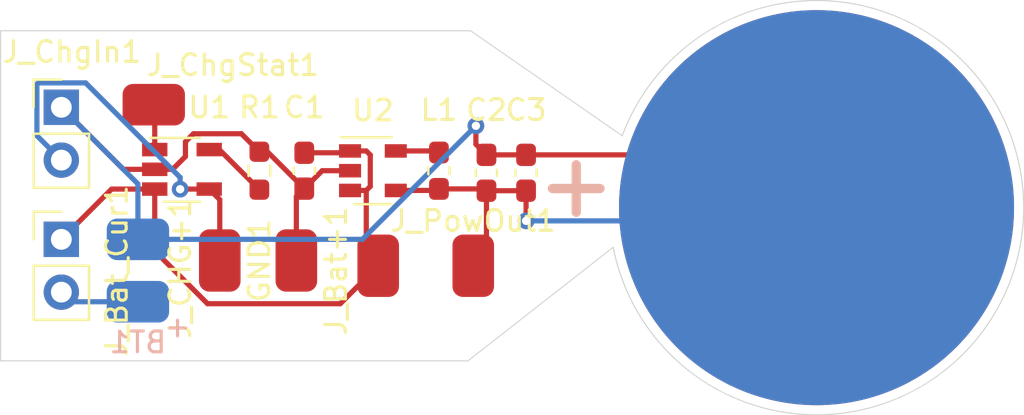
<source format=kicad_pcb>
(kicad_pcb (version 20171130) (host pcbnew 5.1.9)

  (general
    (thickness 1.6)
    (drawings 8)
    (tracks 69)
    (zones 0)
    (modules 16)
    (nets 9)
  )

  (page A4)
  (layers
    (0 F.Cu signal)
    (31 B.Cu signal)
    (32 B.Adhes user)
    (33 F.Adhes user)
    (34 B.Paste user)
    (35 F.Paste user)
    (36 B.SilkS user)
    (37 F.SilkS user)
    (38 B.Mask user)
    (39 F.Mask user)
    (40 Dwgs.User user)
    (41 Cmts.User user)
    (42 Eco1.User user)
    (43 Eco2.User user)
    (44 Edge.Cuts user)
    (45 Margin user)
    (46 B.CrtYd user)
    (47 F.CrtYd user)
    (48 B.Fab user hide)
    (49 F.Fab user hide)
  )

  (setup
    (last_trace_width 0.25)
    (trace_clearance 0.2)
    (zone_clearance 0.508)
    (zone_45_only no)
    (trace_min 0.2)
    (via_size 0.8)
    (via_drill 0.4)
    (via_min_size 0.4)
    (via_min_drill 0.3)
    (uvia_size 0.3)
    (uvia_drill 0.1)
    (uvias_allowed no)
    (uvia_min_size 0.2)
    (uvia_min_drill 0.1)
    (edge_width 0.05)
    (segment_width 0.2)
    (pcb_text_width 0.3)
    (pcb_text_size 1.5 1.5)
    (mod_edge_width 0.12)
    (mod_text_size 1 1)
    (mod_text_width 0.15)
    (pad_size 1.524 1.524)
    (pad_drill 0.762)
    (pad_to_mask_clearance 0)
    (aux_axis_origin 0 0)
    (visible_elements FFFFFF7F)
    (pcbplotparams
      (layerselection 0x010fc_ffffffff)
      (usegerberextensions false)
      (usegerberattributes true)
      (usegerberadvancedattributes true)
      (creategerberjobfile true)
      (excludeedgelayer true)
      (linewidth 0.100000)
      (plotframeref false)
      (viasonmask false)
      (mode 1)
      (useauxorigin false)
      (hpglpennumber 1)
      (hpglpenspeed 20)
      (hpglpendiameter 15.000000)
      (psnegative false)
      (psa4output false)
      (plotreference true)
      (plotvalue true)
      (plotinvisibletext false)
      (padsonsilk false)
      (subtractmaskfromsilk false)
      (outputformat 1)
      (mirror false)
      (drillshape 0)
      (scaleselection 1)
      (outputdirectory "Gerber/"))
  )

  (net 0 "")
  (net 1 BAT-)
  (net 2 PowerOut)
  (net 3 "Net-(BT1-Pad1)")
  (net 4 BAT+)
  (net 5 CHG+)
  (net 6 CHG_State)
  (net 7 "Net-(L1-Pad2)")
  (net 8 "Net-(R1-Pad1)")

  (net_class Default "This is the default net class."
    (clearance 0.2)
    (trace_width 0.25)
    (via_dia 0.8)
    (via_drill 0.4)
    (uvia_dia 0.3)
    (uvia_drill 0.1)
    (add_net BAT+)
    (add_net BAT-)
    (add_net CHG+)
    (add_net CHG_State)
    (add_net "Net-(BT1-Pad1)")
    (add_net "Net-(L1-Pad2)")
    (add_net "Net-(R1-Pad1)")
    (add_net PowerOut)
  )

  (module SulkithKicadFootprints:CR2032_Dummy (layer F.Cu) (tedit 608D6A0D) (tstamp 608DC6CD)
    (at 156.083 118.999)
    (path /608EB516)
    (fp_text reference BatDummy1 (at 0 0.5) (layer F.SilkS) hide
      (effects (font (size 1 1) (thickness 0.15)))
    )
    (fp_text value Conn_01x02_Female (at 0 -0.5) (layer F.Fab)
      (effects (font (size 1 1) (thickness 0.15)))
    )
    (pad 1 smd circle (at 0 0) (size 19 19) (layers F.Cu F.Paste F.Mask)
      (net 1 BAT-))
    (pad 2 smd circle (at 0 0) (size 19 19) (layers B.Cu B.Paste B.Mask)
      (net 2 PowerOut))
  )

  (module SulkithKicadFootprints:SolderPad_2Pin (layer B.Cu) (tedit 608D711D) (tstamp 608DC6D3)
    (at 123.444 123.523)
    (path /608E5CB8)
    (fp_text reference BT1 (at 0 1.953) (layer B.SilkS)
      (effects (font (size 1 1) (thickness 0.15)) (justify mirror))
    )
    (fp_text value Battery_Cell (at 0 0.5) (layer B.Fab)
      (effects (font (size 1 1) (thickness 0.15)) (justify mirror))
    )
    (pad 1 smd roundrect (at 0 0) (size 3 2) (layers B.Cu B.Paste B.Mask) (roundrect_rratio 0.25)
      (net 3 "Net-(BT1-Pad1)"))
    (pad 2 smd roundrect (at 0 -3) (size 3 2) (layers B.Cu B.Paste B.Mask) (roundrect_rratio 0.25)
      (net 1 BAT-))
  )

  (module Capacitor_SMD:C_0603_1608Metric_Pad1.08x0.95mm_HandSolder (layer F.Cu) (tedit 5F68FEEF) (tstamp 608DC6E4)
    (at 131.445 117.221 270)
    (descr "Capacitor SMD 0603 (1608 Metric), square (rectangular) end terminal, IPC_7351 nominal with elongated pad for handsoldering. (Body size source: IPC-SM-782 page 76, https://www.pcb-3d.com/wordpress/wp-content/uploads/ipc-sm-782a_amendment_1_and_2.pdf), generated with kicad-footprint-generator")
    (tags "capacitor handsolder")
    (path /608DFDF4)
    (attr smd)
    (fp_text reference C1 (at -3.048 0 180) (layer F.SilkS)
      (effects (font (size 1 1) (thickness 0.15)))
    )
    (fp_text value C (at 0 1.43 90) (layer F.Fab)
      (effects (font (size 1 1) (thickness 0.15)))
    )
    (fp_line (start -0.8 0.4) (end -0.8 -0.4) (layer F.Fab) (width 0.1))
    (fp_line (start -0.8 -0.4) (end 0.8 -0.4) (layer F.Fab) (width 0.1))
    (fp_line (start 0.8 -0.4) (end 0.8 0.4) (layer F.Fab) (width 0.1))
    (fp_line (start 0.8 0.4) (end -0.8 0.4) (layer F.Fab) (width 0.1))
    (fp_line (start -0.146267 -0.51) (end 0.146267 -0.51) (layer F.SilkS) (width 0.12))
    (fp_line (start -0.146267 0.51) (end 0.146267 0.51) (layer F.SilkS) (width 0.12))
    (fp_line (start -1.65 0.73) (end -1.65 -0.73) (layer F.CrtYd) (width 0.05))
    (fp_line (start -1.65 -0.73) (end 1.65 -0.73) (layer F.CrtYd) (width 0.05))
    (fp_line (start 1.65 -0.73) (end 1.65 0.73) (layer F.CrtYd) (width 0.05))
    (fp_line (start 1.65 0.73) (end -1.65 0.73) (layer F.CrtYd) (width 0.05))
    (fp_text user %R (at 0 0 90) (layer F.Fab)
      (effects (font (size 0.4 0.4) (thickness 0.06)))
    )
    (pad 1 smd roundrect (at -0.8625 0 270) (size 1.075 0.95) (layers F.Cu F.Paste F.Mask) (roundrect_rratio 0.25)
      (net 4 BAT+))
    (pad 2 smd roundrect (at 0.8625 0 270) (size 1.075 0.95) (layers F.Cu F.Paste F.Mask) (roundrect_rratio 0.25)
      (net 1 BAT-))
    (model ${KISYS3DMOD}/Capacitor_SMD.3dshapes/C_0603_1608Metric.wrl
      (at (xyz 0 0 0))
      (scale (xyz 1 1 1))
      (rotate (xyz 0 0 0))
    )
  )

  (module Capacitor_SMD:C_0603_1608Metric_Pad1.08x0.95mm_HandSolder (layer F.Cu) (tedit 5F68FEEF) (tstamp 608DC6F5)
    (at 140.208 117.3215 90)
    (descr "Capacitor SMD 0603 (1608 Metric), square (rectangular) end terminal, IPC_7351 nominal with elongated pad for handsoldering. (Body size source: IPC-SM-782 page 76, https://www.pcb-3d.com/wordpress/wp-content/uploads/ipc-sm-782a_amendment_1_and_2.pdf), generated with kicad-footprint-generator")
    (tags "capacitor handsolder")
    (path /608DF44A)
    (attr smd)
    (fp_text reference C2 (at 3.0215 0 180) (layer F.SilkS)
      (effects (font (size 1 1) (thickness 0.15)))
    )
    (fp_text value C (at 0 1.43 90) (layer F.Fab)
      (effects (font (size 1 1) (thickness 0.15)))
    )
    (fp_line (start -0.8 0.4) (end -0.8 -0.4) (layer F.Fab) (width 0.1))
    (fp_line (start -0.8 -0.4) (end 0.8 -0.4) (layer F.Fab) (width 0.1))
    (fp_line (start 0.8 -0.4) (end 0.8 0.4) (layer F.Fab) (width 0.1))
    (fp_line (start 0.8 0.4) (end -0.8 0.4) (layer F.Fab) (width 0.1))
    (fp_line (start -0.146267 -0.51) (end 0.146267 -0.51) (layer F.SilkS) (width 0.12))
    (fp_line (start -0.146267 0.51) (end 0.146267 0.51) (layer F.SilkS) (width 0.12))
    (fp_line (start -1.65 0.73) (end -1.65 -0.73) (layer F.CrtYd) (width 0.05))
    (fp_line (start -1.65 -0.73) (end 1.65 -0.73) (layer F.CrtYd) (width 0.05))
    (fp_line (start 1.65 -0.73) (end 1.65 0.73) (layer F.CrtYd) (width 0.05))
    (fp_line (start 1.65 0.73) (end -1.65 0.73) (layer F.CrtYd) (width 0.05))
    (fp_text user %R (at 0 0 90) (layer F.Fab)
      (effects (font (size 0.4 0.4) (thickness 0.06)))
    )
    (pad 1 smd roundrect (at -0.8625 0 90) (size 1.075 0.95) (layers F.Cu F.Paste F.Mask) (roundrect_rratio 0.25)
      (net 2 PowerOut))
    (pad 2 smd roundrect (at 0.8625 0 90) (size 1.075 0.95) (layers F.Cu F.Paste F.Mask) (roundrect_rratio 0.25)
      (net 1 BAT-))
    (model ${KISYS3DMOD}/Capacitor_SMD.3dshapes/C_0603_1608Metric.wrl
      (at (xyz 0 0 0))
      (scale (xyz 1 1 1))
      (rotate (xyz 0 0 0))
    )
  )

  (module Capacitor_SMD:C_0603_1608Metric_Pad1.08x0.95mm_HandSolder (layer F.Cu) (tedit 5F68FEEF) (tstamp 608DC706)
    (at 142.113 117.3215 90)
    (descr "Capacitor SMD 0603 (1608 Metric), square (rectangular) end terminal, IPC_7351 nominal with elongated pad for handsoldering. (Body size source: IPC-SM-782 page 76, https://www.pcb-3d.com/wordpress/wp-content/uploads/ipc-sm-782a_amendment_1_and_2.pdf), generated with kicad-footprint-generator")
    (tags "capacitor handsolder")
    (path /608DF9F7)
    (attr smd)
    (fp_text reference C3 (at 3.0215 0 180) (layer F.SilkS)
      (effects (font (size 1 1) (thickness 0.15)))
    )
    (fp_text value C (at 0 1.43 90) (layer F.Fab)
      (effects (font (size 1 1) (thickness 0.15)))
    )
    (fp_line (start 1.65 0.73) (end -1.65 0.73) (layer F.CrtYd) (width 0.05))
    (fp_line (start 1.65 -0.73) (end 1.65 0.73) (layer F.CrtYd) (width 0.05))
    (fp_line (start -1.65 -0.73) (end 1.65 -0.73) (layer F.CrtYd) (width 0.05))
    (fp_line (start -1.65 0.73) (end -1.65 -0.73) (layer F.CrtYd) (width 0.05))
    (fp_line (start -0.146267 0.51) (end 0.146267 0.51) (layer F.SilkS) (width 0.12))
    (fp_line (start -0.146267 -0.51) (end 0.146267 -0.51) (layer F.SilkS) (width 0.12))
    (fp_line (start 0.8 0.4) (end -0.8 0.4) (layer F.Fab) (width 0.1))
    (fp_line (start 0.8 -0.4) (end 0.8 0.4) (layer F.Fab) (width 0.1))
    (fp_line (start -0.8 -0.4) (end 0.8 -0.4) (layer F.Fab) (width 0.1))
    (fp_line (start -0.8 0.4) (end -0.8 -0.4) (layer F.Fab) (width 0.1))
    (fp_text user %R (at 0 0 90) (layer F.Fab)
      (effects (font (size 0.4 0.4) (thickness 0.06)))
    )
    (pad 2 smd roundrect (at 0.8625 0 90) (size 1.075 0.95) (layers F.Cu F.Paste F.Mask) (roundrect_rratio 0.25)
      (net 1 BAT-))
    (pad 1 smd roundrect (at -0.8625 0 90) (size 1.075 0.95) (layers F.Cu F.Paste F.Mask) (roundrect_rratio 0.25)
      (net 2 PowerOut))
    (model ${KISYS3DMOD}/Capacitor_SMD.3dshapes/C_0603_1608Metric.wrl
      (at (xyz 0 0 0))
      (scale (xyz 1 1 1))
      (rotate (xyz 0 0 0))
    )
  )

  (module SulkithKicadFootprints:SolderPad (layer F.Cu) (tedit 608C6968) (tstamp 608DC70B)
    (at 131.064 121.539 90)
    (path /608EEAD8)
    (fp_text reference GND1 (at 0 -1.778 90) (layer F.SilkS)
      (effects (font (size 1 1) (thickness 0.15)))
    )
    (fp_text value Conn_01x01_Female (at 0 -0.5 90) (layer F.Fab)
      (effects (font (size 1 1) (thickness 0.15)))
    )
    (pad 1 smd roundrect (at 0 0 90) (size 3 2) (layers F.Cu F.Paste F.Mask) (roundrect_rratio 0.25)
      (net 1 BAT-))
  )

  (module SulkithKicadFootprints:SolderPad (layer F.Cu) (tedit 608C6968) (tstamp 608DC710)
    (at 135.001 121.793 90)
    (path /608F16B8)
    (fp_text reference J_Bat+1 (at -0.254 -2.032 90) (layer F.SilkS)
      (effects (font (size 1 1) (thickness 0.15)))
    )
    (fp_text value Conn_01x01_Female (at 0 -0.5 90) (layer F.Fab)
      (effects (font (size 1 1) (thickness 0.15)))
    )
    (pad 1 smd roundrect (at 0 0 90) (size 3 2) (layers F.Cu F.Paste F.Mask) (roundrect_rratio 0.25)
      (net 4 BAT+))
  )

  (module Connector_PinHeader_2.54mm:PinHeader_1x02_P2.54mm_Vertical (layer F.Cu) (tedit 59FED5CC) (tstamp 608DC726)
    (at 119.761 120.523)
    (descr "Through hole straight pin header, 1x02, 2.54mm pitch, single row")
    (tags "Through hole pin header THT 1x02 2.54mm single row")
    (path /608E4C84)
    (fp_text reference J_Bat_Cur1 (at 2.667 1.524 90) (layer F.SilkS)
      (effects (font (size 1 1) (thickness 0.15)))
    )
    (fp_text value Conn_01x02_Female (at 0 4.87) (layer F.Fab)
      (effects (font (size 1 1) (thickness 0.15)))
    )
    (fp_line (start -0.635 -1.27) (end 1.27 -1.27) (layer F.Fab) (width 0.1))
    (fp_line (start 1.27 -1.27) (end 1.27 3.81) (layer F.Fab) (width 0.1))
    (fp_line (start 1.27 3.81) (end -1.27 3.81) (layer F.Fab) (width 0.1))
    (fp_line (start -1.27 3.81) (end -1.27 -0.635) (layer F.Fab) (width 0.1))
    (fp_line (start -1.27 -0.635) (end -0.635 -1.27) (layer F.Fab) (width 0.1))
    (fp_line (start -1.33 3.87) (end 1.33 3.87) (layer F.SilkS) (width 0.12))
    (fp_line (start -1.33 1.27) (end -1.33 3.87) (layer F.SilkS) (width 0.12))
    (fp_line (start 1.33 1.27) (end 1.33 3.87) (layer F.SilkS) (width 0.12))
    (fp_line (start -1.33 1.27) (end 1.33 1.27) (layer F.SilkS) (width 0.12))
    (fp_line (start -1.33 0) (end -1.33 -1.33) (layer F.SilkS) (width 0.12))
    (fp_line (start -1.33 -1.33) (end 0 -1.33) (layer F.SilkS) (width 0.12))
    (fp_line (start -1.8 -1.8) (end -1.8 4.35) (layer F.CrtYd) (width 0.05))
    (fp_line (start -1.8 4.35) (end 1.8 4.35) (layer F.CrtYd) (width 0.05))
    (fp_line (start 1.8 4.35) (end 1.8 -1.8) (layer F.CrtYd) (width 0.05))
    (fp_line (start 1.8 -1.8) (end -1.8 -1.8) (layer F.CrtYd) (width 0.05))
    (fp_text user %R (at 0 1.27 90) (layer F.Fab)
      (effects (font (size 1 1) (thickness 0.15)))
    )
    (pad 1 thru_hole rect (at 0 0) (size 1.7 1.7) (drill 1) (layers *.Cu *.Mask)
      (net 4 BAT+))
    (pad 2 thru_hole oval (at 0 2.54) (size 1.7 1.7) (drill 1) (layers *.Cu *.Mask)
      (net 3 "Net-(BT1-Pad1)"))
    (model ${KISYS3DMOD}/Connector_PinHeader_2.54mm.3dshapes/PinHeader_1x02_P2.54mm_Vertical.wrl
      (at (xyz 0 0 0))
      (scale (xyz 1 1 1))
      (rotate (xyz 0 0 0))
    )
  )

  (module SulkithKicadFootprints:SolderPad (layer F.Cu) (tedit 608C6968) (tstamp 608DC72B)
    (at 127.381 121.539 90)
    (path /608F1AFA)
    (fp_text reference J_CHG+1 (at -0.381 -1.905 90) (layer F.SilkS)
      (effects (font (size 1 1) (thickness 0.15)))
    )
    (fp_text value Conn_01x01_Female (at 0 -0.5 90) (layer F.Fab)
      (effects (font (size 1 1) (thickness 0.15)))
    )
    (pad 1 smd roundrect (at 0 0 90) (size 3 2) (layers F.Cu F.Paste F.Mask) (roundrect_rratio 0.25)
      (net 5 CHG+))
  )

  (module SulkithKicadFootprints:SolderPad (layer F.Cu) (tedit 608C6968) (tstamp 608DC738)
    (at 124.206 114.046 180)
    (path /608F13D8)
    (fp_text reference J_ChgStat1 (at -3.81 1.905) (layer F.SilkS)
      (effects (font (size 1 1) (thickness 0.15)))
    )
    (fp_text value Conn_01x01_Female (at 0 -0.5) (layer F.Fab)
      (effects (font (size 1 1) (thickness 0.15)))
    )
    (pad 1 smd roundrect (at 0 0 180) (size 3 2) (layers F.Cu F.Paste F.Mask) (roundrect_rratio 0.25)
      (net 6 CHG_State))
  )

  (module SulkithKicadFootprints:SolderPad (layer F.Cu) (tedit 608C6968) (tstamp 608DC73D)
    (at 139.573 121.793 90)
    (path /608F18A9)
    (fp_text reference J_PowOut1 (at 2.159 0 180) (layer F.SilkS)
      (effects (font (size 1 1) (thickness 0.15)))
    )
    (fp_text value Conn_01x01_Female (at 0 -0.5 90) (layer F.Fab)
      (effects (font (size 1 1) (thickness 0.15)))
    )
    (pad 1 smd roundrect (at 0 0 90) (size 3 2) (layers F.Cu F.Paste F.Mask) (roundrect_rratio 0.25)
      (net 2 PowerOut))
  )

  (module Inductor_SMD:L_0603_1608Metric_Pad1.05x0.95mm_HandSolder (layer F.Cu) (tedit 5F68FEF0) (tstamp 608DC74E)
    (at 137.922 117.221 90)
    (descr "Inductor SMD 0603 (1608 Metric), square (rectangular) end terminal, IPC_7351 nominal with elongated pad for handsoldering. (Body size source: http://www.tortai-tech.com/upload/download/2011102023233369053.pdf), generated with kicad-footprint-generator")
    (tags "inductor handsolder")
    (path /608DD422)
    (attr smd)
    (fp_text reference L1 (at 2.921 0 180) (layer F.SilkS)
      (effects (font (size 1 1) (thickness 0.15)))
    )
    (fp_text value 10uH (at 0 1.43 90) (layer F.Fab)
      (effects (font (size 1 1) (thickness 0.15)))
    )
    (fp_line (start -0.8 0.4) (end -0.8 -0.4) (layer F.Fab) (width 0.1))
    (fp_line (start -0.8 -0.4) (end 0.8 -0.4) (layer F.Fab) (width 0.1))
    (fp_line (start 0.8 -0.4) (end 0.8 0.4) (layer F.Fab) (width 0.1))
    (fp_line (start 0.8 0.4) (end -0.8 0.4) (layer F.Fab) (width 0.1))
    (fp_line (start -0.171267 -0.51) (end 0.171267 -0.51) (layer F.SilkS) (width 0.12))
    (fp_line (start -0.171267 0.51) (end 0.171267 0.51) (layer F.SilkS) (width 0.12))
    (fp_line (start -1.65 0.73) (end -1.65 -0.73) (layer F.CrtYd) (width 0.05))
    (fp_line (start -1.65 -0.73) (end 1.65 -0.73) (layer F.CrtYd) (width 0.05))
    (fp_line (start 1.65 -0.73) (end 1.65 0.73) (layer F.CrtYd) (width 0.05))
    (fp_line (start 1.65 0.73) (end -1.65 0.73) (layer F.CrtYd) (width 0.05))
    (fp_text user %R (at 0 0 90) (layer F.Fab)
      (effects (font (size 0.4 0.4) (thickness 0.06)))
    )
    (pad 1 smd roundrect (at -0.875 0 90) (size 1.05 0.95) (layers F.Cu F.Paste F.Mask) (roundrect_rratio 0.25)
      (net 2 PowerOut))
    (pad 2 smd roundrect (at 0.875 0 90) (size 1.05 0.95) (layers F.Cu F.Paste F.Mask) (roundrect_rratio 0.25)
      (net 7 "Net-(L1-Pad2)"))
    (model ${KISYS3DMOD}/Inductor_SMD.3dshapes/L_0603_1608Metric.wrl
      (at (xyz 0 0 0))
      (scale (xyz 1 1 1))
      (rotate (xyz 0 0 0))
    )
  )

  (module Resistor_SMD:R_0603_1608Metric_Pad0.98x0.95mm_HandSolder (layer F.Cu) (tedit 5F68FEEE) (tstamp 608DC75F)
    (at 129.286 117.221 90)
    (descr "Resistor SMD 0603 (1608 Metric), square (rectangular) end terminal, IPC_7351 nominal with elongated pad for handsoldering. (Body size source: IPC-SM-782 page 72, https://www.pcb-3d.com/wordpress/wp-content/uploads/ipc-sm-782a_amendment_1_and_2.pdf), generated with kicad-footprint-generator")
    (tags "resistor handsolder")
    (path /608DCB4C)
    (attr smd)
    (fp_text reference R1 (at 3.048 0 180) (layer F.SilkS)
      (effects (font (size 1 1) (thickness 0.15)))
    )
    (fp_text value 10k (at 0 1.43 90) (layer F.Fab)
      (effects (font (size 1 1) (thickness 0.15)))
    )
    (fp_line (start -0.8 0.4125) (end -0.8 -0.4125) (layer F.Fab) (width 0.1))
    (fp_line (start -0.8 -0.4125) (end 0.8 -0.4125) (layer F.Fab) (width 0.1))
    (fp_line (start 0.8 -0.4125) (end 0.8 0.4125) (layer F.Fab) (width 0.1))
    (fp_line (start 0.8 0.4125) (end -0.8 0.4125) (layer F.Fab) (width 0.1))
    (fp_line (start -0.254724 -0.5225) (end 0.254724 -0.5225) (layer F.SilkS) (width 0.12))
    (fp_line (start -0.254724 0.5225) (end 0.254724 0.5225) (layer F.SilkS) (width 0.12))
    (fp_line (start -1.65 0.73) (end -1.65 -0.73) (layer F.CrtYd) (width 0.05))
    (fp_line (start -1.65 -0.73) (end 1.65 -0.73) (layer F.CrtYd) (width 0.05))
    (fp_line (start 1.65 -0.73) (end 1.65 0.73) (layer F.CrtYd) (width 0.05))
    (fp_line (start 1.65 0.73) (end -1.65 0.73) (layer F.CrtYd) (width 0.05))
    (fp_text user %R (at 0 0 90) (layer F.Fab)
      (effects (font (size 0.4 0.4) (thickness 0.06)))
    )
    (pad 1 smd roundrect (at -0.9125 0 90) (size 0.975 0.95) (layers F.Cu F.Paste F.Mask) (roundrect_rratio 0.25)
      (net 8 "Net-(R1-Pad1)"))
    (pad 2 smd roundrect (at 0.9125 0 90) (size 0.975 0.95) (layers F.Cu F.Paste F.Mask) (roundrect_rratio 0.25)
      (net 1 BAT-))
    (model ${KISYS3DMOD}/Resistor_SMD.3dshapes/R_0603_1608Metric.wrl
      (at (xyz 0 0 0))
      (scale (xyz 1 1 1))
      (rotate (xyz 0 0 0))
    )
  )

  (module Package_TO_SOT_SMD:TSOT-23-5 (layer F.Cu) (tedit 5A02FF57) (tstamp 608DC774)
    (at 125.563 117.155)
    (descr "5-pin TSOT23 package, http://cds.linear.com/docs/en/packaging/SOT_5_05-08-1635.pdf")
    (tags TSOT-23-5)
    (path /608D76A5)
    (attr smd)
    (fp_text reference U1 (at 1.31 -2.982) (layer F.SilkS)
      (effects (font (size 1 1) (thickness 0.15)))
    )
    (fp_text value LTC4054ES5-4.2 (at 0 2.5) (layer F.Fab)
      (effects (font (size 1 1) (thickness 0.15)))
    )
    (fp_line (start -0.88 1.56) (end 0.88 1.56) (layer F.SilkS) (width 0.12))
    (fp_line (start 0.88 -1.51) (end -1.55 -1.51) (layer F.SilkS) (width 0.12))
    (fp_line (start -0.88 -1) (end -0.43 -1.45) (layer F.Fab) (width 0.1))
    (fp_line (start 0.88 -1.45) (end -0.43 -1.45) (layer F.Fab) (width 0.1))
    (fp_line (start -0.88 -1) (end -0.88 1.45) (layer F.Fab) (width 0.1))
    (fp_line (start 0.88 1.45) (end -0.88 1.45) (layer F.Fab) (width 0.1))
    (fp_line (start 0.88 -1.45) (end 0.88 1.45) (layer F.Fab) (width 0.1))
    (fp_line (start -2.17 -1.7) (end 2.17 -1.7) (layer F.CrtYd) (width 0.05))
    (fp_line (start -2.17 -1.7) (end -2.17 1.7) (layer F.CrtYd) (width 0.05))
    (fp_line (start 2.17 1.7) (end 2.17 -1.7) (layer F.CrtYd) (width 0.05))
    (fp_line (start 2.17 1.7) (end -2.17 1.7) (layer F.CrtYd) (width 0.05))
    (fp_text user %R (at 0 0 90) (layer F.Fab)
      (effects (font (size 0.5 0.5) (thickness 0.075)))
    )
    (pad 1 smd rect (at -1.31 -0.95) (size 1.22 0.65) (layers F.Cu F.Paste F.Mask)
      (net 6 CHG_State))
    (pad 2 smd rect (at -1.31 0) (size 1.22 0.65) (layers F.Cu F.Paste F.Mask)
      (net 1 BAT-))
    (pad 3 smd rect (at -1.31 0.95) (size 1.22 0.65) (layers F.Cu F.Paste F.Mask)
      (net 4 BAT+))
    (pad 4 smd rect (at 1.31 0.95) (size 1.22 0.65) (layers F.Cu F.Paste F.Mask)
      (net 5 CHG+))
    (pad 5 smd rect (at 1.31 -0.95) (size 1.22 0.65) (layers F.Cu F.Paste F.Mask)
      (net 8 "Net-(R1-Pad1)"))
    (model ${KISYS3DMOD}/Package_TO_SOT_SMD.3dshapes/TSOT-23-5.wrl
      (at (xyz 0 0 0))
      (scale (xyz 1 1 1))
      (rotate (xyz 0 0 0))
    )
  )

  (module Package_TO_SOT_SMD:SOT-23-5 (layer F.Cu) (tedit 5A02FF57) (tstamp 608DC789)
    (at 134.747 117.221)
    (descr "5-pin SOT23 package")
    (tags SOT-23-5)
    (path /608D6EF5)
    (attr smd)
    (fp_text reference U2 (at 0 -2.9) (layer F.SilkS)
      (effects (font (size 1 1) (thickness 0.15)))
    )
    (fp_text value TPS62203DBV (at 0 2.9) (layer F.Fab)
      (effects (font (size 1 1) (thickness 0.15)))
    )
    (fp_line (start -0.9 1.61) (end 0.9 1.61) (layer F.SilkS) (width 0.12))
    (fp_line (start 0.9 -1.61) (end -1.55 -1.61) (layer F.SilkS) (width 0.12))
    (fp_line (start -1.9 -1.8) (end 1.9 -1.8) (layer F.CrtYd) (width 0.05))
    (fp_line (start 1.9 -1.8) (end 1.9 1.8) (layer F.CrtYd) (width 0.05))
    (fp_line (start 1.9 1.8) (end -1.9 1.8) (layer F.CrtYd) (width 0.05))
    (fp_line (start -1.9 1.8) (end -1.9 -1.8) (layer F.CrtYd) (width 0.05))
    (fp_line (start -0.9 -0.9) (end -0.25 -1.55) (layer F.Fab) (width 0.1))
    (fp_line (start 0.9 -1.55) (end -0.25 -1.55) (layer F.Fab) (width 0.1))
    (fp_line (start -0.9 -0.9) (end -0.9 1.55) (layer F.Fab) (width 0.1))
    (fp_line (start 0.9 1.55) (end -0.9 1.55) (layer F.Fab) (width 0.1))
    (fp_line (start 0.9 -1.55) (end 0.9 1.55) (layer F.Fab) (width 0.1))
    (fp_text user %R (at 0 0 90) (layer F.Fab)
      (effects (font (size 0.5 0.5) (thickness 0.075)))
    )
    (pad 1 smd rect (at -1.1 -0.95) (size 1.06 0.65) (layers F.Cu F.Paste F.Mask)
      (net 4 BAT+))
    (pad 2 smd rect (at -1.1 0) (size 1.06 0.65) (layers F.Cu F.Paste F.Mask)
      (net 1 BAT-))
    (pad 3 smd rect (at -1.1 0.95) (size 1.06 0.65) (layers F.Cu F.Paste F.Mask)
      (net 4 BAT+))
    (pad 4 smd rect (at 1.1 0.95) (size 1.06 0.65) (layers F.Cu F.Paste F.Mask)
      (net 2 PowerOut))
    (pad 5 smd rect (at 1.1 -0.95) (size 1.06 0.65) (layers F.Cu F.Paste F.Mask)
      (net 7 "Net-(L1-Pad2)"))
    (model ${KISYS3DMOD}/Package_TO_SOT_SMD.3dshapes/SOT-23-5.wrl
      (at (xyz 0 0 0))
      (scale (xyz 1 1 1))
      (rotate (xyz 0 0 0))
    )
  )

  (module Connector_PinHeader_2.54mm:PinHeader_1x02_P2.54mm_Vertical (layer F.Cu) (tedit 59FED5CC) (tstamp 608DC93D)
    (at 119.761 114.173)
    (descr "Through hole straight pin header, 1x02, 2.54mm pitch, single row")
    (tags "Through hole pin header THT 1x02 2.54mm single row")
    (path /608EA35C)
    (fp_text reference J_ChgIn1 (at 0.508 -2.667) (layer F.SilkS)
      (effects (font (size 1 1) (thickness 0.15)))
    )
    (fp_text value Conn_01x02_Female (at 0 4.87) (layer F.Fab)
      (effects (font (size 1 1) (thickness 0.15)))
    )
    (fp_line (start 1.8 -1.8) (end -1.8 -1.8) (layer F.CrtYd) (width 0.05))
    (fp_line (start 1.8 4.35) (end 1.8 -1.8) (layer F.CrtYd) (width 0.05))
    (fp_line (start -1.8 4.35) (end 1.8 4.35) (layer F.CrtYd) (width 0.05))
    (fp_line (start -1.8 -1.8) (end -1.8 4.35) (layer F.CrtYd) (width 0.05))
    (fp_line (start -1.33 -1.33) (end 0 -1.33) (layer F.SilkS) (width 0.12))
    (fp_line (start -1.33 0) (end -1.33 -1.33) (layer F.SilkS) (width 0.12))
    (fp_line (start -1.33 1.27) (end 1.33 1.27) (layer F.SilkS) (width 0.12))
    (fp_line (start 1.33 1.27) (end 1.33 3.87) (layer F.SilkS) (width 0.12))
    (fp_line (start -1.33 1.27) (end -1.33 3.87) (layer F.SilkS) (width 0.12))
    (fp_line (start -1.33 3.87) (end 1.33 3.87) (layer F.SilkS) (width 0.12))
    (fp_line (start -1.27 -0.635) (end -0.635 -1.27) (layer F.Fab) (width 0.1))
    (fp_line (start -1.27 3.81) (end -1.27 -0.635) (layer F.Fab) (width 0.1))
    (fp_line (start 1.27 3.81) (end -1.27 3.81) (layer F.Fab) (width 0.1))
    (fp_line (start 1.27 -1.27) (end 1.27 3.81) (layer F.Fab) (width 0.1))
    (fp_line (start -0.635 -1.27) (end 1.27 -1.27) (layer F.Fab) (width 0.1))
    (fp_text user %R (at 0 1.27 90) (layer F.Fab)
      (effects (font (size 1 1) (thickness 0.15)))
    )
    (pad 1 thru_hole rect (at 0 0) (size 1.7 1.7) (drill 1) (layers *.Cu *.Mask)
      (net 1 BAT-))
    (pad 2 thru_hole oval (at 0 2.54) (size 1.7 1.7) (drill 1) (layers *.Cu *.Mask)
      (net 5 CHG+))
    (model ${KISYS3DMOD}/Connector_PinHeader_2.54mm.3dshapes/PinHeader_1x02_P2.54mm_Vertical.wrl
      (at (xyz 0 0 0))
      (scale (xyz 1 1 1))
      (rotate (xyz 0 0 0))
    )
  )

  (gr_text + (at 125.349 124.714) (layer B.SilkS)
    (effects (font (size 1 1) (thickness 0.15)) (justify mirror))
  )
  (gr_text + (at 144.526 117.856) (layer B.SilkS)
    (effects (font (size 3 3) (thickness 0.45)) (justify mirror))
  )
  (gr_line (start 139.446 110.49) (end 146.738832 115.542935) (layer Edge.Cuts) (width 0.05) (tstamp 608DD051))
  (gr_line (start 116.84 110.49) (end 139.446 110.49) (layer Edge.Cuts) (width 0.05))
  (gr_line (start 139.319 126.365) (end 146.304 120.904) (layer Edge.Cuts) (width 0.05) (tstamp 608DD048))
  (gr_line (start 116.84 126.365) (end 139.319 126.365) (layer Edge.Cuts) (width 0.05))
  (gr_line (start 116.84 110.49) (end 116.84 126.365) (layer Edge.Cuts) (width 0.05))
  (gr_arc (start 156.083 118.999) (end 146.304 120.904) (angle -328.6789588) (layer Edge.Cuts) (width 0.05))

  (segment (start 122.743 117.155) (end 124.253 117.155) (width 0.25) (layer F.Cu) (net 1))
  (segment (start 119.761 114.173) (end 122.743 117.155) (width 0.25) (layer F.Cu) (net 1))
  (segment (start 129.286 116.3085) (end 128.4205 115.443) (width 0.25) (layer F.Cu) (net 1))
  (segment (start 126.114998 115.443) (end 125.73 115.827998) (width 0.25) (layer F.Cu) (net 1))
  (segment (start 128.4205 115.443) (end 126.114998 115.443) (width 0.25) (layer F.Cu) (net 1))
  (segment (start 125.113 117.155) (end 124.253 117.155) (width 0.25) (layer F.Cu) (net 1))
  (segment (start 125.73 116.538) (end 125.113 117.155) (width 0.25) (layer F.Cu) (net 1))
  (segment (start 125.73 115.827998) (end 125.73 116.538) (width 0.25) (layer F.Cu) (net 1))
  (segment (start 129.67 116.3085) (end 131.445 118.0835) (width 0.25) (layer F.Cu) (net 1))
  (segment (start 129.286 116.3085) (end 129.67 116.3085) (width 0.25) (layer F.Cu) (net 1))
  (segment (start 132.3075 117.221) (end 133.647 117.221) (width 0.25) (layer F.Cu) (net 1))
  (segment (start 131.445 118.0835) (end 132.3075 117.221) (width 0.25) (layer F.Cu) (net 1))
  (segment (start 123.444 117.856) (end 119.761 114.173) (width 0.25) (layer B.Cu) (net 1))
  (segment (start 123.444 120.523) (end 123.444 117.856) (width 0.25) (layer B.Cu) (net 1))
  (segment (start 140.208 116.459) (end 142.113 116.459) (width 0.25) (layer F.Cu) (net 1))
  (segment (start 153.543 116.459) (end 156.083 118.999) (width 0.25) (layer F.Cu) (net 1))
  (segment (start 142.113 116.459) (end 153.543 116.459) (width 0.25) (layer F.Cu) (net 1))
  (segment (start 123.444 120.523) (end 134.239 120.523) (width 0.25) (layer B.Cu) (net 1))
  (via (at 139.7 115.062) (size 0.8) (drill 0.4) (layers F.Cu B.Cu) (net 1))
  (segment (start 134.239 120.523) (end 139.7 115.062) (width 0.25) (layer B.Cu) (net 1))
  (segment (start 139.7 115.951) (end 140.208 116.459) (width 0.25) (layer F.Cu) (net 1))
  (segment (start 139.7 115.062) (end 139.7 115.951) (width 0.25) (layer F.Cu) (net 1))
  (segment (start 131.064 118.4645) (end 131.445 118.0835) (width 0.25) (layer F.Cu) (net 1))
  (segment (start 131.064 121.539) (end 131.064 118.4645) (width 0.25) (layer F.Cu) (net 1))
  (segment (start 137.847 118.171) (end 137.922 118.096) (width 0.25) (layer F.Cu) (net 2))
  (segment (start 135.847 118.171) (end 137.847 118.171) (width 0.25) (layer F.Cu) (net 2))
  (segment (start 140.12 118.096) (end 140.208 118.184) (width 0.25) (layer F.Cu) (net 2))
  (segment (start 137.922 118.096) (end 140.12 118.096) (width 0.25) (layer F.Cu) (net 2))
  (segment (start 140.208 118.184) (end 142.113 118.184) (width 0.25) (layer F.Cu) (net 2))
  (segment (start 140.208 121.158) (end 139.573 121.793) (width 0.25) (layer F.Cu) (net 2))
  (segment (start 140.208 118.184) (end 140.208 121.158) (width 0.25) (layer F.Cu) (net 2))
  (via (at 142.113 119.634) (size 0.8) (drill 0.4) (layers F.Cu B.Cu) (net 2))
  (segment (start 142.113 118.184) (end 142.113 119.634) (width 0.25) (layer F.Cu) (net 2))
  (segment (start 155.448 119.634) (end 156.083 118.999) (width 0.25) (layer B.Cu) (net 2))
  (segment (start 142.113 119.634) (end 155.448 119.634) (width 0.25) (layer B.Cu) (net 2))
  (segment (start 120.221 123.523) (end 119.761 123.063) (width 0.25) (layer B.Cu) (net 3))
  (segment (start 123.444 123.523) (end 120.221 123.523) (width 0.25) (layer B.Cu) (net 3))
  (segment (start 133.5595 116.3585) (end 133.647 116.271) (width 0.25) (layer F.Cu) (net 4))
  (segment (start 131.445 116.3585) (end 133.5595 116.3585) (width 0.25) (layer F.Cu) (net 4))
  (segment (start 134.427 116.271) (end 134.62 116.464) (width 0.25) (layer F.Cu) (net 4))
  (segment (start 133.647 116.271) (end 134.427 116.271) (width 0.25) (layer F.Cu) (net 4))
  (segment (start 134.427 118.171) (end 133.647 118.171) (width 0.25) (layer F.Cu) (net 4))
  (segment (start 134.62 117.978) (end 134.427 118.171) (width 0.25) (layer F.Cu) (net 4))
  (segment (start 134.62 116.464) (end 134.62 117.978) (width 0.25) (layer F.Cu) (net 4))
  (segment (start 122.179 118.105) (end 124.253 118.105) (width 0.25) (layer F.Cu) (net 4))
  (segment (start 119.761 120.523) (end 122.179 118.105) (width 0.25) (layer F.Cu) (net 4))
  (segment (start 134.427 121.219) (end 135.001 121.793) (width 0.25) (layer F.Cu) (net 4))
  (segment (start 134.427 118.171) (end 134.427 121.219) (width 0.25) (layer F.Cu) (net 4))
  (segment (start 124.253 121.077742) (end 124.253 118.105) (width 0.25) (layer F.Cu) (net 4))
  (segment (start 126.793268 123.61801) (end 124.253 121.077742) (width 0.25) (layer F.Cu) (net 4))
  (segment (start 133.17599 123.61801) (end 126.793268 123.61801) (width 0.25) (layer F.Cu) (net 4))
  (segment (start 135.001 121.793) (end 133.17599 123.61801) (width 0.25) (layer F.Cu) (net 4))
  (segment (start 127.381 118.613) (end 126.873 118.105) (width 0.25) (layer F.Cu) (net 5))
  (segment (start 127.381 121.539) (end 127.381 118.613) (width 0.25) (layer F.Cu) (net 5))
  (via (at 125.476 118.11) (size 0.8) (drill 0.4) (layers F.Cu B.Cu) (net 5))
  (segment (start 125.481 118.105) (end 125.476 118.11) (width 0.25) (layer F.Cu) (net 5))
  (segment (start 126.873 118.105) (end 125.481 118.105) (width 0.25) (layer F.Cu) (net 5))
  (segment (start 125.476 118.11) (end 125.476 117.544315) (width 0.25) (layer B.Cu) (net 5))
  (segment (start 125.476 117.544315) (end 120.929684 112.997999) (width 0.25) (layer B.Cu) (net 5))
  (segment (start 120.929684 112.997999) (end 118.650999 112.997999) (width 0.25) (layer B.Cu) (net 5))
  (segment (start 118.650999 112.997999) (end 118.585999 113.062999) (width 0.25) (layer B.Cu) (net 5))
  (segment (start 118.585999 113.062999) (end 118.585999 115.537999) (width 0.25) (layer B.Cu) (net 5))
  (segment (start 118.585999 115.537999) (end 119.761 116.713) (width 0.25) (layer B.Cu) (net 5))
  (segment (start 124.253 114.093) (end 124.206 114.046) (width 0.25) (layer F.Cu) (net 6))
  (segment (start 124.253 116.205) (end 124.253 114.093) (width 0.25) (layer F.Cu) (net 6))
  (segment (start 137.847 116.271) (end 137.922 116.346) (width 0.25) (layer F.Cu) (net 7))
  (segment (start 135.847 116.271) (end 137.847 116.271) (width 0.25) (layer F.Cu) (net 7))
  (segment (start 127.3575 116.205) (end 129.286 118.1335) (width 0.25) (layer F.Cu) (net 8))
  (segment (start 126.873 116.205) (end 127.3575 116.205) (width 0.25) (layer F.Cu) (net 8))

)

</source>
